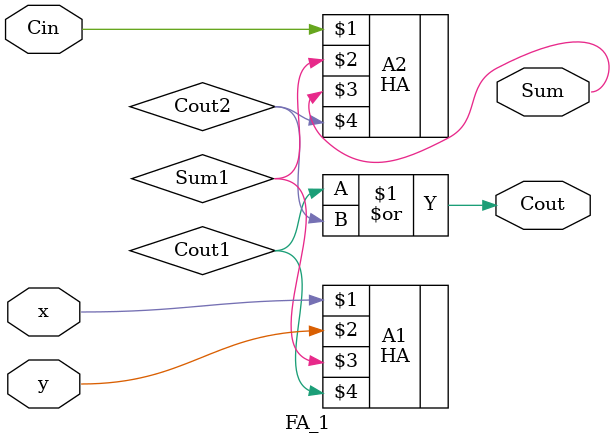
<source format=v>
`timescale 1ns / 1ps


module FA_1(
    input x,
    input y,
    input Cin,
    output Sum,
    output Cout
    );
    
    HA A1 (x, y, Sum1, Cout1);
    HA A2 (Cin, Sum1, Sum, Cout2);
    or G1 (Cout, Cout1, Cout2);
endmodule

</source>
